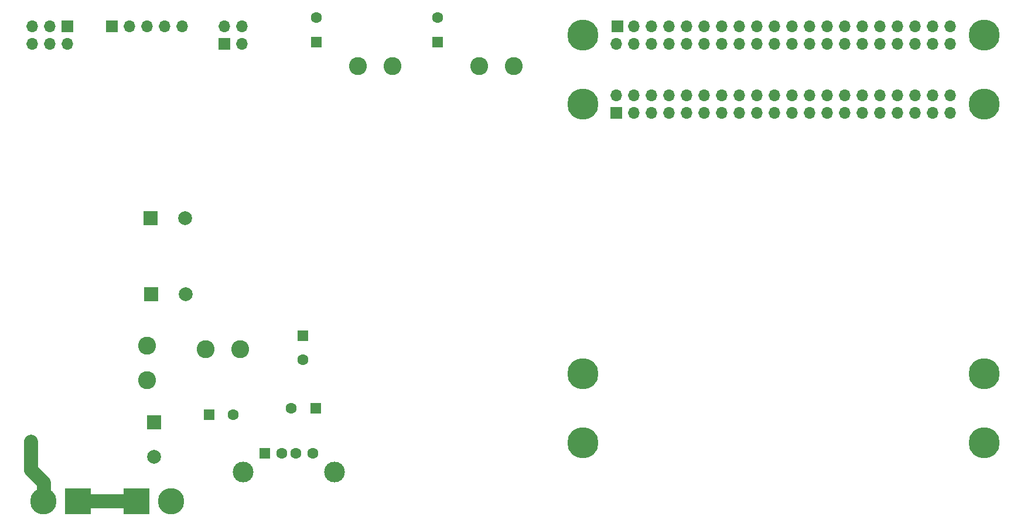
<source format=gbr>
%TF.GenerationSoftware,KiCad,Pcbnew,6.0.11+dfsg-1*%
%TF.CreationDate,2024-10-07T14:27:48+03:00*%
%TF.ProjectId,rpi-extension,7270692d-6578-4746-956e-73696f6e2e6b,rev?*%
%TF.SameCoordinates,Original*%
%TF.FileFunction,Soldermask,Bot*%
%TF.FilePolarity,Negative*%
%FSLAX46Y46*%
G04 Gerber Fmt 4.6, Leading zero omitted, Abs format (unit mm)*
G04 Created by KiCad (PCBNEW 6.0.11+dfsg-1) date 2024-10-07 14:27:48*
%MOMM*%
%LPD*%
G01*
G04 APERTURE LIST*
%ADD10C,2.000000*%
%ADD11R,1.700000X1.700000*%
%ADD12O,1.700000X1.700000*%
%ADD13C,4.500000*%
%ADD14C,2.600000*%
%ADD15R,2.000000X2.000000*%
%ADD16C,2.000000*%
%ADD17R,1.600000X1.600000*%
%ADD18C,1.600000*%
%ADD19C,3.000000*%
%ADD20R,3.800000X3.800000*%
%ADD21C,3.800000*%
G04 APERTURE END LIST*
D10*
X79100000Y-125000000D02*
X70600000Y-125000000D01*
X65600000Y-122290000D02*
X63790000Y-120490000D01*
X65600000Y-125050000D02*
X65600000Y-122280000D01*
X63790000Y-120490000D02*
X63790000Y-116320000D01*
D11*
%TO.C,J5*%
X69025000Y-56230000D03*
D12*
X69025000Y-58770000D03*
X66485000Y-56230000D03*
X66485000Y-58770000D03*
X63945000Y-56230000D03*
X63945000Y-58770000D03*
%TD*%
D11*
%TO.C,J2*%
X148370000Y-68770000D03*
D12*
X148370000Y-66230000D03*
X150910000Y-68770000D03*
X150910000Y-66230000D03*
X153450000Y-68770000D03*
X153450000Y-66230000D03*
X155990000Y-68770000D03*
X155990000Y-66230000D03*
X158530000Y-68770000D03*
X158530000Y-66230000D03*
X161070000Y-68770000D03*
X161070000Y-66230000D03*
X163610000Y-68770000D03*
X163610000Y-66230000D03*
X166150000Y-68770000D03*
X166150000Y-66230000D03*
X168690000Y-68770000D03*
X168690000Y-66230000D03*
X171230000Y-68770000D03*
X171230000Y-66230000D03*
X173770000Y-68770000D03*
X173770000Y-66230000D03*
X176310000Y-68770000D03*
X176310000Y-66230000D03*
X178850000Y-68770000D03*
X178850000Y-66230000D03*
X181390000Y-68770000D03*
X181390000Y-66230000D03*
X183930000Y-68770000D03*
X183930000Y-66230000D03*
X186470000Y-68770000D03*
X186470000Y-66230000D03*
X189010000Y-68770000D03*
X189010000Y-66230000D03*
X191550000Y-68770000D03*
X191550000Y-66230000D03*
X194090000Y-68770000D03*
X194090000Y-66230000D03*
X196630000Y-68770000D03*
X196630000Y-66230000D03*
%TD*%
D13*
%TO.C,REF\u002A\u002A*%
X143500000Y-116500000D03*
%TD*%
%TO.C,REF\u002A\u002A*%
X143500000Y-57500000D03*
%TD*%
%TO.C,REF\u002A\u002A*%
X201500000Y-67500000D03*
%TD*%
%TO.C,REF\u002A\u002A*%
X201500000Y-57500000D03*
%TD*%
%TO.C,REF\u002A\u002A*%
X201500000Y-106500000D03*
%TD*%
D14*
%TO.C,FB2*%
X116000000Y-62000000D03*
X111000000Y-62000000D03*
%TD*%
D15*
%TO.C,C33*%
X81500000Y-113529292D03*
D16*
X81500000Y-118529292D03*
%TD*%
D17*
%TO.C,C29*%
X103000000Y-101000000D03*
D18*
X103000000Y-104500000D03*
%TD*%
D17*
%TO.C,C8*%
X105000000Y-58500000D03*
D18*
X105000000Y-55000000D03*
%TD*%
D15*
%TO.C,C28*%
X81132323Y-95000000D03*
D16*
X86132323Y-95000000D03*
%TD*%
D13*
%TO.C,REF\u002A\u002A*%
X143500000Y-67500000D03*
%TD*%
D11*
%TO.C,J3*%
X91725000Y-58770000D03*
D12*
X91725000Y-56230000D03*
X94265000Y-58770000D03*
X94265000Y-56230000D03*
%TD*%
D17*
%TO.C,C4*%
X122500000Y-58500000D03*
D18*
X122500000Y-55000000D03*
%TD*%
D13*
%TO.C,REF\u002A\u002A*%
X201500000Y-116500000D03*
%TD*%
D17*
%TO.C,C36*%
X89500000Y-112500000D03*
D18*
X93000000Y-112500000D03*
%TD*%
D13*
%TO.C,REF\u002A\u002A*%
X143500000Y-106500000D03*
%TD*%
D14*
%TO.C,FB4*%
X94000000Y-103000000D03*
X89000000Y-103000000D03*
%TD*%
D17*
%TO.C,C31*%
X104860604Y-111500000D03*
D18*
X101360604Y-111500000D03*
%TD*%
D14*
%TO.C,FB3*%
X80500000Y-102500000D03*
X80500000Y-107500000D03*
%TD*%
%TO.C,FB1*%
X133500000Y-62000000D03*
X128500000Y-62000000D03*
%TD*%
D11*
%TO.C,J4*%
X75425000Y-56230000D03*
D12*
X77965000Y-56230000D03*
X80505000Y-56230000D03*
X83045000Y-56230000D03*
X85585000Y-56230000D03*
%TD*%
D17*
%TO.C,J8*%
X97500000Y-118010000D03*
D18*
X100000000Y-118010000D03*
X102000000Y-118010000D03*
X104500000Y-118010000D03*
D19*
X107570000Y-120720000D03*
X94430000Y-120720000D03*
%TD*%
D15*
%TO.C,C25*%
X81000000Y-84000000D03*
D16*
X86000000Y-84000000D03*
%TD*%
D20*
%TO.C,J6*%
X70500000Y-125000000D03*
D21*
X65500000Y-125000000D03*
%TD*%
D20*
%TO.C,J7*%
X79000000Y-125000000D03*
D21*
X84000000Y-125000000D03*
%TD*%
D11*
%TO.C,J1*%
X148540000Y-56230000D03*
D12*
X148370000Y-58770000D03*
X150910000Y-56230000D03*
X150910000Y-58770000D03*
X153450000Y-56230000D03*
X153450000Y-58770000D03*
X155990000Y-56230000D03*
X155990000Y-58770000D03*
X158530000Y-56230000D03*
X158530000Y-58770000D03*
X161070000Y-56230000D03*
X161070000Y-58770000D03*
X163610000Y-56230000D03*
X163610000Y-58770000D03*
X166150000Y-56230000D03*
X166150000Y-58770000D03*
X168690000Y-56230000D03*
X168690000Y-58770000D03*
X171230000Y-56230000D03*
X171230000Y-58770000D03*
X173770000Y-56230000D03*
X173770000Y-58770000D03*
X176310000Y-56230000D03*
X176310000Y-58770000D03*
X178850000Y-56230000D03*
X178850000Y-58770000D03*
X181390000Y-56230000D03*
X181390000Y-58770000D03*
X183930000Y-56230000D03*
X183930000Y-58770000D03*
X186470000Y-56230000D03*
X186470000Y-58770000D03*
X189010000Y-56230000D03*
X189010000Y-58770000D03*
X191550000Y-56230000D03*
X191550000Y-58770000D03*
X194090000Y-56230000D03*
X194090000Y-58770000D03*
X196630000Y-56230000D03*
X196630000Y-58770000D03*
%TD*%
M02*

</source>
